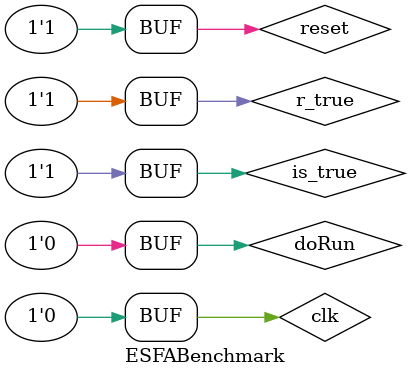
<source format=v>
`timescale 1ns / 1ps


module ESFABenchmark(
        
    );
    
    reg[0:0] clk = 0;
    
    always begin
        clk = 1; #14;
        clk = 0; #14;
    end
    
    reg[0:0] reset = 1'b0;
 
    reg[0:0] r_true = 1;
    wire is_true;
    assign is_true = r_true;
 
    assert a0(.clk(clk), .test(is_true));
    
    wire[0:0] wasSuccessful;
    reg[0:0] doRun = 1'b0;
    wire[0:0] isRunning;
    wire[0:0] isSuccessful;
    
    ESFATop top(
        .clk(clk),
        .reset(reset), 
        .doRun(doRun),
        .isRunning(isRunning),
        .wasSuccessful(wasSuccessful)
      );
    
        initial begin   
            // update Basic test
            $display("benchmark sim");
            #420; //wait for reset to complete
            reset = 1'b1;
            $display("assertions working correctly");
            doRun = 1'b1;
            #560000;
            doRun = 1'b0;
            
        end
    
endmodule

</source>
